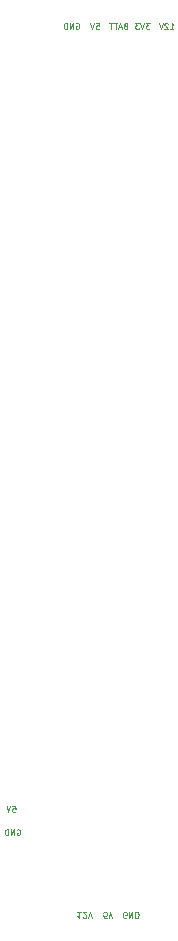
<source format=gbr>
%TF.GenerationSoftware,KiCad,Pcbnew,8.0.3-8.0.3-0~ubuntu22.04.1*%
%TF.CreationDate,2024-08-07T13:08:44+03:00*%
%TF.ProjectId,power_distribution_body,706f7765-725f-4646-9973-747269627574,rev?*%
%TF.SameCoordinates,Original*%
%TF.FileFunction,Legend,Bot*%
%TF.FilePolarity,Positive*%
%FSLAX46Y46*%
G04 Gerber Fmt 4.6, Leading zero omitted, Abs format (unit mm)*
G04 Created by KiCad (PCBNEW 8.0.3-8.0.3-0~ubuntu22.04.1) date 2024-08-07 13:08:44*
%MOMM*%
%LPD*%
G01*
G04 APERTURE LIST*
%ADD10C,0.080000*%
G04 APERTURE END LIST*
D10*
X95830226Y-122754649D02*
X96068321Y-122754649D01*
X96068321Y-122754649D02*
X96092130Y-122992744D01*
X96092130Y-122992744D02*
X96068321Y-122968935D01*
X96068321Y-122968935D02*
X96020702Y-122945125D01*
X96020702Y-122945125D02*
X95901654Y-122945125D01*
X95901654Y-122945125D02*
X95854035Y-122968935D01*
X95854035Y-122968935D02*
X95830226Y-122992744D01*
X95830226Y-122992744D02*
X95806416Y-123040363D01*
X95806416Y-123040363D02*
X95806416Y-123159411D01*
X95806416Y-123159411D02*
X95830226Y-123207030D01*
X95830226Y-123207030D02*
X95854035Y-123230840D01*
X95854035Y-123230840D02*
X95901654Y-123254649D01*
X95901654Y-123254649D02*
X96020702Y-123254649D01*
X96020702Y-123254649D02*
X96068321Y-123230840D01*
X96068321Y-123230840D02*
X96092130Y-123207030D01*
X95663559Y-122754649D02*
X95496893Y-123254649D01*
X95496893Y-123254649D02*
X95330226Y-122754649D01*
X105473583Y-132201540D02*
X105425964Y-132225350D01*
X105425964Y-132225350D02*
X105354535Y-132225350D01*
X105354535Y-132225350D02*
X105283107Y-132201540D01*
X105283107Y-132201540D02*
X105235488Y-132153921D01*
X105235488Y-132153921D02*
X105211678Y-132106302D01*
X105211678Y-132106302D02*
X105187869Y-132011064D01*
X105187869Y-132011064D02*
X105187869Y-131939636D01*
X105187869Y-131939636D02*
X105211678Y-131844398D01*
X105211678Y-131844398D02*
X105235488Y-131796779D01*
X105235488Y-131796779D02*
X105283107Y-131749160D01*
X105283107Y-131749160D02*
X105354535Y-131725350D01*
X105354535Y-131725350D02*
X105402154Y-131725350D01*
X105402154Y-131725350D02*
X105473583Y-131749160D01*
X105473583Y-131749160D02*
X105497392Y-131772969D01*
X105497392Y-131772969D02*
X105497392Y-131939636D01*
X105497392Y-131939636D02*
X105402154Y-131939636D01*
X105711678Y-131725350D02*
X105711678Y-132225350D01*
X105711678Y-132225350D02*
X105997392Y-131725350D01*
X105997392Y-131725350D02*
X105997392Y-132225350D01*
X106235488Y-131725350D02*
X106235488Y-132225350D01*
X106235488Y-132225350D02*
X106354536Y-132225350D01*
X106354536Y-132225350D02*
X106425964Y-132201540D01*
X106425964Y-132201540D02*
X106473583Y-132153921D01*
X106473583Y-132153921D02*
X106497393Y-132106302D01*
X106497393Y-132106302D02*
X106521202Y-132011064D01*
X106521202Y-132011064D02*
X106521202Y-131939636D01*
X106521202Y-131939636D02*
X106497393Y-131844398D01*
X106497393Y-131844398D02*
X106473583Y-131796779D01*
X106473583Y-131796779D02*
X106425964Y-131749160D01*
X106425964Y-131749160D02*
X106354536Y-131725350D01*
X106354536Y-131725350D02*
X106235488Y-131725350D01*
X102940226Y-56474649D02*
X103178321Y-56474649D01*
X103178321Y-56474649D02*
X103202130Y-56712744D01*
X103202130Y-56712744D02*
X103178321Y-56688935D01*
X103178321Y-56688935D02*
X103130702Y-56665125D01*
X103130702Y-56665125D02*
X103011654Y-56665125D01*
X103011654Y-56665125D02*
X102964035Y-56688935D01*
X102964035Y-56688935D02*
X102940226Y-56712744D01*
X102940226Y-56712744D02*
X102916416Y-56760363D01*
X102916416Y-56760363D02*
X102916416Y-56879411D01*
X102916416Y-56879411D02*
X102940226Y-56927030D01*
X102940226Y-56927030D02*
X102964035Y-56950840D01*
X102964035Y-56950840D02*
X103011654Y-56974649D01*
X103011654Y-56974649D02*
X103130702Y-56974649D01*
X103130702Y-56974649D02*
X103178321Y-56950840D01*
X103178321Y-56950840D02*
X103202130Y-56927030D01*
X102773559Y-56474649D02*
X102606893Y-56974649D01*
X102606893Y-56974649D02*
X102440226Y-56474649D01*
X96226416Y-124748459D02*
X96274035Y-124724649D01*
X96274035Y-124724649D02*
X96345464Y-124724649D01*
X96345464Y-124724649D02*
X96416892Y-124748459D01*
X96416892Y-124748459D02*
X96464511Y-124796078D01*
X96464511Y-124796078D02*
X96488321Y-124843697D01*
X96488321Y-124843697D02*
X96512130Y-124938935D01*
X96512130Y-124938935D02*
X96512130Y-125010363D01*
X96512130Y-125010363D02*
X96488321Y-125105601D01*
X96488321Y-125105601D02*
X96464511Y-125153220D01*
X96464511Y-125153220D02*
X96416892Y-125200840D01*
X96416892Y-125200840D02*
X96345464Y-125224649D01*
X96345464Y-125224649D02*
X96297845Y-125224649D01*
X96297845Y-125224649D02*
X96226416Y-125200840D01*
X96226416Y-125200840D02*
X96202607Y-125177030D01*
X96202607Y-125177030D02*
X96202607Y-125010363D01*
X96202607Y-125010363D02*
X96297845Y-125010363D01*
X95988321Y-125224649D02*
X95988321Y-124724649D01*
X95988321Y-124724649D02*
X95702607Y-125224649D01*
X95702607Y-125224649D02*
X95702607Y-124724649D01*
X95464511Y-125224649D02*
X95464511Y-124724649D01*
X95464511Y-124724649D02*
X95345463Y-124724649D01*
X95345463Y-124724649D02*
X95274035Y-124748459D01*
X95274035Y-124748459D02*
X95226416Y-124796078D01*
X95226416Y-124796078D02*
X95202606Y-124843697D01*
X95202606Y-124843697D02*
X95178797Y-124938935D01*
X95178797Y-124938935D02*
X95178797Y-125010363D01*
X95178797Y-125010363D02*
X95202606Y-125105601D01*
X95202606Y-125105601D02*
X95226416Y-125153220D01*
X95226416Y-125153220D02*
X95274035Y-125200840D01*
X95274035Y-125200840D02*
X95345463Y-125224649D01*
X95345463Y-125224649D02*
X95464511Y-125224649D01*
X107445940Y-56464649D02*
X107136416Y-56464649D01*
X107136416Y-56464649D02*
X107303083Y-56655125D01*
X107303083Y-56655125D02*
X107231654Y-56655125D01*
X107231654Y-56655125D02*
X107184035Y-56678935D01*
X107184035Y-56678935D02*
X107160226Y-56702744D01*
X107160226Y-56702744D02*
X107136416Y-56750363D01*
X107136416Y-56750363D02*
X107136416Y-56869411D01*
X107136416Y-56869411D02*
X107160226Y-56917030D01*
X107160226Y-56917030D02*
X107184035Y-56940840D01*
X107184035Y-56940840D02*
X107231654Y-56964649D01*
X107231654Y-56964649D02*
X107374511Y-56964649D01*
X107374511Y-56964649D02*
X107422130Y-56940840D01*
X107422130Y-56940840D02*
X107445940Y-56917030D01*
X106993559Y-56464649D02*
X106826893Y-56964649D01*
X106826893Y-56964649D02*
X106660226Y-56464649D01*
X106541179Y-56464649D02*
X106231655Y-56464649D01*
X106231655Y-56464649D02*
X106398322Y-56655125D01*
X106398322Y-56655125D02*
X106326893Y-56655125D01*
X106326893Y-56655125D02*
X106279274Y-56678935D01*
X106279274Y-56678935D02*
X106255465Y-56702744D01*
X106255465Y-56702744D02*
X106231655Y-56750363D01*
X106231655Y-56750363D02*
X106231655Y-56869411D01*
X106231655Y-56869411D02*
X106255465Y-56917030D01*
X106255465Y-56917030D02*
X106279274Y-56940840D01*
X106279274Y-56940840D02*
X106326893Y-56964649D01*
X106326893Y-56964649D02*
X106469750Y-56964649D01*
X106469750Y-56964649D02*
X106517369Y-56940840D01*
X106517369Y-56940840D02*
X106541179Y-56917030D01*
X105401654Y-56702744D02*
X105330226Y-56726554D01*
X105330226Y-56726554D02*
X105306416Y-56750363D01*
X105306416Y-56750363D02*
X105282607Y-56797982D01*
X105282607Y-56797982D02*
X105282607Y-56869411D01*
X105282607Y-56869411D02*
X105306416Y-56917030D01*
X105306416Y-56917030D02*
X105330226Y-56940840D01*
X105330226Y-56940840D02*
X105377845Y-56964649D01*
X105377845Y-56964649D02*
X105568321Y-56964649D01*
X105568321Y-56964649D02*
X105568321Y-56464649D01*
X105568321Y-56464649D02*
X105401654Y-56464649D01*
X105401654Y-56464649D02*
X105354035Y-56488459D01*
X105354035Y-56488459D02*
X105330226Y-56512268D01*
X105330226Y-56512268D02*
X105306416Y-56559887D01*
X105306416Y-56559887D02*
X105306416Y-56607506D01*
X105306416Y-56607506D02*
X105330226Y-56655125D01*
X105330226Y-56655125D02*
X105354035Y-56678935D01*
X105354035Y-56678935D02*
X105401654Y-56702744D01*
X105401654Y-56702744D02*
X105568321Y-56702744D01*
X105092130Y-56821792D02*
X104854035Y-56821792D01*
X105139749Y-56964649D02*
X104973083Y-56464649D01*
X104973083Y-56464649D02*
X104806416Y-56964649D01*
X104711178Y-56464649D02*
X104425464Y-56464649D01*
X104568321Y-56964649D02*
X104568321Y-56464649D01*
X104330226Y-56464649D02*
X104044512Y-56464649D01*
X104187369Y-56964649D02*
X104187369Y-56464649D01*
X101613583Y-131725350D02*
X101327869Y-131725350D01*
X101470726Y-131725350D02*
X101470726Y-132225350D01*
X101470726Y-132225350D02*
X101423107Y-132153921D01*
X101423107Y-132153921D02*
X101375488Y-132106302D01*
X101375488Y-132106302D02*
X101327869Y-132082493D01*
X101804059Y-132177731D02*
X101827868Y-132201540D01*
X101827868Y-132201540D02*
X101875487Y-132225350D01*
X101875487Y-132225350D02*
X101994535Y-132225350D01*
X101994535Y-132225350D02*
X102042154Y-132201540D01*
X102042154Y-132201540D02*
X102065963Y-132177731D01*
X102065963Y-132177731D02*
X102089773Y-132130112D01*
X102089773Y-132130112D02*
X102089773Y-132082493D01*
X102089773Y-132082493D02*
X102065963Y-132011064D01*
X102065963Y-132011064D02*
X101780249Y-131725350D01*
X101780249Y-131725350D02*
X102089773Y-131725350D01*
X102232630Y-132225350D02*
X102399296Y-131725350D01*
X102399296Y-131725350D02*
X102565963Y-132225350D01*
X103799773Y-132245350D02*
X103561678Y-132245350D01*
X103561678Y-132245350D02*
X103537869Y-132007255D01*
X103537869Y-132007255D02*
X103561678Y-132031064D01*
X103561678Y-132031064D02*
X103609297Y-132054874D01*
X103609297Y-132054874D02*
X103728345Y-132054874D01*
X103728345Y-132054874D02*
X103775964Y-132031064D01*
X103775964Y-132031064D02*
X103799773Y-132007255D01*
X103799773Y-132007255D02*
X103823583Y-131959636D01*
X103823583Y-131959636D02*
X103823583Y-131840588D01*
X103823583Y-131840588D02*
X103799773Y-131792969D01*
X103799773Y-131792969D02*
X103775964Y-131769160D01*
X103775964Y-131769160D02*
X103728345Y-131745350D01*
X103728345Y-131745350D02*
X103609297Y-131745350D01*
X103609297Y-131745350D02*
X103561678Y-131769160D01*
X103561678Y-131769160D02*
X103537869Y-131792969D01*
X103966440Y-132245350D02*
X104133106Y-131745350D01*
X104133106Y-131745350D02*
X104299773Y-132245350D01*
X109166416Y-56954649D02*
X109452130Y-56954649D01*
X109309273Y-56954649D02*
X109309273Y-56454649D01*
X109309273Y-56454649D02*
X109356892Y-56526078D01*
X109356892Y-56526078D02*
X109404511Y-56573697D01*
X109404511Y-56573697D02*
X109452130Y-56597506D01*
X108975940Y-56502268D02*
X108952131Y-56478459D01*
X108952131Y-56478459D02*
X108904512Y-56454649D01*
X108904512Y-56454649D02*
X108785464Y-56454649D01*
X108785464Y-56454649D02*
X108737845Y-56478459D01*
X108737845Y-56478459D02*
X108714036Y-56502268D01*
X108714036Y-56502268D02*
X108690226Y-56549887D01*
X108690226Y-56549887D02*
X108690226Y-56597506D01*
X108690226Y-56597506D02*
X108714036Y-56668935D01*
X108714036Y-56668935D02*
X108999750Y-56954649D01*
X108999750Y-56954649D02*
X108690226Y-56954649D01*
X108547369Y-56454649D02*
X108380703Y-56954649D01*
X108380703Y-56954649D02*
X108214036Y-56454649D01*
X101216416Y-56488459D02*
X101264035Y-56464649D01*
X101264035Y-56464649D02*
X101335464Y-56464649D01*
X101335464Y-56464649D02*
X101406892Y-56488459D01*
X101406892Y-56488459D02*
X101454511Y-56536078D01*
X101454511Y-56536078D02*
X101478321Y-56583697D01*
X101478321Y-56583697D02*
X101502130Y-56678935D01*
X101502130Y-56678935D02*
X101502130Y-56750363D01*
X101502130Y-56750363D02*
X101478321Y-56845601D01*
X101478321Y-56845601D02*
X101454511Y-56893220D01*
X101454511Y-56893220D02*
X101406892Y-56940840D01*
X101406892Y-56940840D02*
X101335464Y-56964649D01*
X101335464Y-56964649D02*
X101287845Y-56964649D01*
X101287845Y-56964649D02*
X101216416Y-56940840D01*
X101216416Y-56940840D02*
X101192607Y-56917030D01*
X101192607Y-56917030D02*
X101192607Y-56750363D01*
X101192607Y-56750363D02*
X101287845Y-56750363D01*
X100978321Y-56964649D02*
X100978321Y-56464649D01*
X100978321Y-56464649D02*
X100692607Y-56964649D01*
X100692607Y-56964649D02*
X100692607Y-56464649D01*
X100454511Y-56964649D02*
X100454511Y-56464649D01*
X100454511Y-56464649D02*
X100335463Y-56464649D01*
X100335463Y-56464649D02*
X100264035Y-56488459D01*
X100264035Y-56488459D02*
X100216416Y-56536078D01*
X100216416Y-56536078D02*
X100192606Y-56583697D01*
X100192606Y-56583697D02*
X100168797Y-56678935D01*
X100168797Y-56678935D02*
X100168797Y-56750363D01*
X100168797Y-56750363D02*
X100192606Y-56845601D01*
X100192606Y-56845601D02*
X100216416Y-56893220D01*
X100216416Y-56893220D02*
X100264035Y-56940840D01*
X100264035Y-56940840D02*
X100335463Y-56964649D01*
X100335463Y-56964649D02*
X100454511Y-56964649D01*
M02*

</source>
